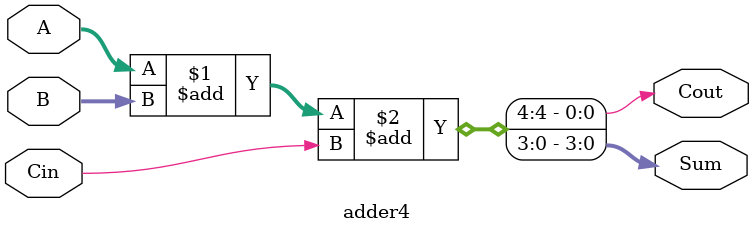
<source format=v>
module adder4 (
    input  [3:0] A, B,   // 4-bit inputs
    input        Cin,    // carry in
    output [3:0] Sum,    // 4-bit sum
    output       Cout    // carry out
);
    assign {Cout, Sum} = A + B + Cin;  // continuous assignment
endmodule

</source>
